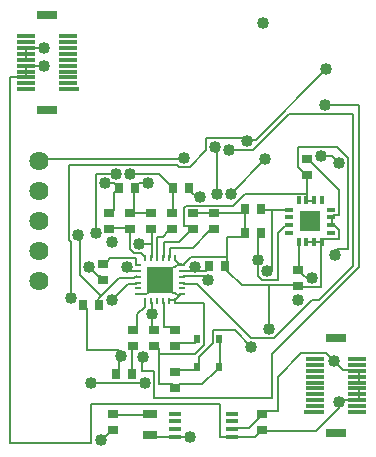
<source format=gbl>
G75*
G70*
%OFA0B0*%
%FSLAX24Y24*%
%IPPOS*%
%LPD*%
%AMOC8*
5,1,8,0,0,1.08239X$1,22.5*
%
%ADD10R,0.0354X0.0276*%
%ADD11R,0.0276X0.0354*%
%ADD12R,0.0689X0.0689*%
%ADD13R,0.0146X0.0256*%
%ADD14R,0.0256X0.0146*%
%ADD15R,0.0098X0.0197*%
%ADD16R,0.0197X0.0098*%
%ADD17R,0.0906X0.0906*%
%ADD18R,0.0197X0.0276*%
%ADD19R,0.0709X0.0315*%
%ADD20R,0.0630X0.0118*%
%ADD21R,0.0709X0.0118*%
%ADD22C,0.0640*%
%ADD23R,0.0402X0.0161*%
%ADD24R,0.0472X0.0315*%
%ADD25C,0.0080*%
%ADD26C,0.0400*%
D10*
X003814Y000856D03*
X003814Y001368D03*
X004502Y003656D03*
X004502Y004168D03*
X005202Y004168D03*
X005202Y003656D03*
X005902Y003656D03*
X005902Y004168D03*
X005902Y002768D03*
X005902Y002256D03*
X008802Y001368D03*
X008802Y000856D03*
X010002Y005656D03*
X010002Y006168D03*
X010302Y009356D03*
X010302Y009868D03*
X007202Y008068D03*
X007202Y007556D03*
X006502Y007556D03*
X006502Y008068D03*
X005802Y008068D03*
X005802Y007556D03*
X005102Y007556D03*
X005102Y008068D03*
X004402Y008068D03*
X004402Y007556D03*
X003702Y007556D03*
X003702Y008068D03*
X003502Y006368D03*
X003502Y005856D03*
D11*
X003357Y005012D03*
X002846Y005012D03*
X003946Y002712D03*
X004457Y002712D03*
X007046Y006312D03*
X007557Y006312D03*
X008246Y007412D03*
X008757Y007412D03*
X008757Y008212D03*
X008246Y008212D03*
X006357Y008912D03*
X005846Y008912D03*
X004557Y008912D03*
X004046Y008912D03*
D12*
X010402Y007812D03*
D13*
X010530Y007123D03*
X010785Y007123D03*
X010274Y007123D03*
X010018Y007123D03*
X010018Y008501D03*
X010274Y008501D03*
X010530Y008501D03*
X010785Y008501D03*
D14*
X011091Y008196D03*
X011091Y007940D03*
X011091Y007684D03*
X011091Y007428D03*
X009713Y007428D03*
X009713Y007684D03*
X009713Y007940D03*
X009713Y008196D03*
D15*
X005894Y006590D03*
X005697Y006590D03*
X005500Y006590D03*
X005303Y006590D03*
X005106Y006590D03*
X004909Y006590D03*
X004909Y005133D03*
X005106Y005133D03*
X005303Y005133D03*
X005500Y005133D03*
X005697Y005133D03*
X005894Y005133D03*
D16*
X006130Y005370D03*
X006130Y005566D03*
X006130Y005763D03*
X006130Y005960D03*
X006130Y006157D03*
X006130Y006354D03*
X004673Y006354D03*
X004673Y006157D03*
X004673Y005960D03*
X004673Y005763D03*
X004673Y005566D03*
X004673Y005370D03*
D17*
X005402Y005862D03*
D18*
X006628Y003884D03*
X007376Y003884D03*
X007376Y002939D03*
X006628Y002939D03*
D19*
X011272Y003906D03*
X011272Y000757D03*
X001632Y011517D03*
X001632Y014666D03*
D20*
X000923Y013977D03*
X000923Y013781D03*
X000923Y013584D03*
X000923Y013387D03*
X000923Y013190D03*
X000923Y012993D03*
X000923Y012796D03*
X000923Y012600D03*
X000923Y012403D03*
X000923Y012206D03*
X002340Y012403D03*
X002340Y012600D03*
X002340Y012796D03*
X002340Y012993D03*
X002340Y013190D03*
X002340Y013387D03*
X002340Y013584D03*
X002340Y013781D03*
X002340Y013977D03*
X010563Y003217D03*
X010563Y003021D03*
X010563Y002824D03*
X010563Y002627D03*
X010563Y002430D03*
X010563Y002233D03*
X010563Y002036D03*
X010563Y001840D03*
X010563Y001643D03*
X011980Y001643D03*
X011980Y001840D03*
X011980Y002036D03*
X011980Y002233D03*
X011980Y002430D03*
X011980Y002627D03*
X011980Y002824D03*
X011980Y003021D03*
X011980Y003217D03*
X011980Y001446D03*
D21*
X010524Y001446D03*
X002380Y012206D03*
D22*
X001352Y009812D03*
X001352Y008812D03*
X001352Y007812D03*
X001352Y006812D03*
X001352Y005812D03*
D23*
X005907Y001396D03*
X005907Y001140D03*
X005907Y000884D03*
X005907Y000628D03*
X007796Y000628D03*
X007796Y000884D03*
X007796Y001140D03*
X007796Y001396D03*
D24*
X005057Y001384D03*
X005057Y000676D03*
D25*
X000402Y000412D02*
X000402Y012612D01*
X000923Y012612D01*
X000923Y012600D01*
X000922Y012632D01*
X000922Y012752D01*
X000923Y012796D01*
X000922Y012812D01*
X000922Y012992D01*
X000923Y012993D01*
X001222Y012992D01*
X001522Y012992D01*
X001522Y013592D02*
X001222Y013592D01*
X000923Y013584D01*
X000922Y013532D01*
X000922Y013412D01*
X000923Y013387D01*
X000922Y013352D01*
X000922Y013232D01*
X000923Y013190D01*
X001642Y009872D02*
X001352Y009812D01*
X001642Y009872D02*
X006142Y009872D01*
X006202Y009932D01*
X005962Y009692D02*
X006022Y009632D01*
X006382Y009632D01*
X006922Y010172D01*
X006922Y010592D01*
X008182Y010592D01*
X008302Y010472D01*
X008482Y010532D01*
X008602Y010532D01*
X010942Y012872D01*
X010882Y011672D02*
X012022Y011672D01*
X012022Y006272D01*
X009142Y003392D01*
X009142Y001912D01*
X005202Y001912D01*
X005202Y002812D01*
X004802Y002812D01*
X004802Y003272D01*
X004822Y003272D01*
X004462Y003572D02*
X004462Y002852D01*
X004457Y002712D01*
X004042Y002852D02*
X004042Y003152D01*
X004102Y003332D01*
X004042Y003512D01*
X002962Y003512D01*
X002962Y004892D01*
X002846Y005012D01*
X003262Y005132D02*
X003357Y005012D01*
X003262Y005132D02*
X003442Y005312D01*
X002722Y006032D01*
X002722Y007172D01*
X002662Y007352D01*
X002422Y007112D02*
X002362Y007172D01*
X002362Y009692D01*
X005962Y009692D01*
X005362Y009392D02*
X005722Y009032D01*
X005846Y008912D01*
X005842Y008792D01*
X005842Y008192D01*
X005802Y008068D01*
X006202Y008252D02*
X006202Y007652D01*
X006382Y007652D01*
X006502Y007556D01*
X006382Y007472D01*
X006022Y007112D01*
X005542Y007112D01*
X005542Y006632D01*
X005500Y006590D01*
X005303Y006590D02*
X005302Y006632D01*
X005302Y007292D01*
X005482Y007292D01*
X005662Y007472D01*
X005802Y007556D01*
X005722Y006932D02*
X006502Y006932D01*
X007042Y007472D01*
X007202Y007556D01*
X007202Y008068D02*
X007042Y008072D01*
X006622Y008072D01*
X006502Y008068D01*
X006262Y008312D02*
X006202Y008252D01*
X006262Y008312D02*
X007822Y008312D01*
X008242Y008732D01*
X010282Y008732D01*
X010282Y008612D01*
X010274Y008501D01*
X010342Y008492D01*
X010462Y008492D01*
X010530Y008501D01*
X010282Y008732D02*
X010282Y009272D01*
X010302Y009356D01*
X010162Y009452D01*
X009982Y009632D01*
X009982Y010292D01*
X011302Y010292D01*
X011662Y009932D01*
X011662Y006872D01*
X011302Y006872D01*
X011242Y006692D01*
X011362Y007232D02*
X010822Y007232D01*
X010785Y007123D01*
X010762Y007052D01*
X010762Y005612D01*
X010162Y005612D01*
X010002Y005656D01*
X009862Y005672D01*
X009022Y005672D01*
X009022Y004232D01*
X009202Y003932D02*
X010462Y005192D01*
X010702Y005192D01*
X011842Y006332D01*
X011842Y011372D01*
X009682Y011372D01*
X008482Y010172D01*
X007702Y010172D01*
X007282Y010292D02*
X007222Y010292D01*
X007282Y010292D02*
X007282Y008732D01*
X007762Y008732D02*
X008902Y009872D01*
X010302Y009868D02*
X010462Y009752D01*
X011362Y008852D01*
X011362Y008012D01*
X011182Y008012D01*
X011091Y007940D01*
X011122Y007892D01*
X011122Y007712D01*
X011091Y007684D01*
X011182Y007652D01*
X011242Y007652D01*
X011362Y007532D01*
X011362Y007232D01*
X010785Y007123D02*
X010762Y007112D01*
X010582Y007112D01*
X010530Y007123D01*
X010462Y007112D01*
X010342Y007112D01*
X010274Y007123D01*
X010042Y007052D02*
X010018Y007123D01*
X010042Y007052D02*
X010042Y006272D01*
X010002Y006168D01*
X010162Y006032D01*
X010282Y005912D01*
X010462Y005912D01*
X009322Y005852D02*
X008782Y005852D01*
X008662Y005972D01*
X008662Y006512D01*
X008662Y007292D01*
X008757Y007412D01*
X008246Y007412D02*
X008242Y007532D01*
X008242Y008072D01*
X008246Y008212D01*
X008122Y008072D01*
X007342Y008072D01*
X007202Y008068D01*
X006742Y008612D02*
X006622Y008612D01*
X006442Y008792D01*
X006357Y008912D01*
X005362Y009392D02*
X004402Y009392D01*
X004702Y009092D02*
X005002Y009092D01*
X004702Y009092D02*
X004642Y009032D01*
X004557Y008912D01*
X004522Y008792D01*
X004522Y008192D01*
X004402Y008068D01*
X004522Y008072D01*
X004942Y008072D01*
X005102Y008068D01*
X005102Y007556D02*
X005122Y007472D01*
X005122Y007052D01*
X004702Y007052D01*
X004762Y006752D02*
X004522Y006752D01*
X004402Y006872D01*
X004402Y007556D01*
X004282Y007592D01*
X003862Y007592D01*
X003702Y007556D01*
X003262Y007412D02*
X003262Y009392D01*
X003922Y009392D01*
X003862Y009092D02*
X003562Y009092D01*
X003862Y009092D02*
X003922Y009032D01*
X004046Y008912D01*
X003922Y008792D01*
X003862Y008792D01*
X003862Y008192D01*
X003702Y008068D01*
X004762Y006752D02*
X004882Y006632D01*
X004909Y006590D01*
X005106Y006590D02*
X005122Y006632D01*
X005122Y007052D01*
X004582Y006572D02*
X004582Y006392D01*
X004673Y006354D01*
X004673Y006157D02*
X004582Y006152D01*
X004282Y006152D01*
X004282Y006272D01*
X004582Y006572D02*
X003742Y006572D01*
X003622Y006452D01*
X003502Y006368D01*
X003382Y005972D02*
X003322Y005972D01*
X003022Y006272D01*
X003382Y005972D02*
X003502Y005856D01*
X004042Y005912D02*
X003442Y005312D01*
X003802Y005192D02*
X004342Y005732D01*
X004582Y005732D01*
X004673Y005763D01*
X004673Y005960D02*
X004582Y005972D01*
X004522Y005912D01*
X004042Y005912D01*
X004673Y005370D02*
X004762Y005372D01*
X004942Y005372D01*
X005002Y005432D01*
X005402Y005862D01*
X005842Y005432D01*
X005902Y005432D01*
X006022Y005312D01*
X006082Y005372D01*
X006130Y005370D01*
X006022Y005312D02*
X005902Y005192D01*
X005894Y005133D01*
X005902Y005072D01*
X006862Y005072D01*
X006862Y003692D01*
X006562Y003392D01*
X005362Y003392D01*
X005362Y003572D01*
X005202Y003656D01*
X005362Y003392D02*
X005362Y002372D01*
X005782Y002372D01*
X005902Y002256D01*
X006022Y002372D01*
X006802Y002372D01*
X007282Y002852D01*
X007376Y002939D01*
X007402Y003032D01*
X007402Y003752D01*
X007376Y003884D01*
X007162Y003752D02*
X007162Y004172D01*
X007882Y004172D01*
X008422Y003632D01*
X008422Y003932D02*
X009202Y003932D01*
X008422Y003932D02*
X006622Y005732D01*
X006202Y005732D01*
X006130Y005763D01*
X006130Y005960D02*
X006202Y005972D01*
X006862Y005972D01*
X006982Y005852D01*
X006922Y006152D02*
X007046Y006312D01*
X006922Y006152D02*
X006562Y006152D01*
X006562Y006272D01*
X006562Y006152D02*
X006202Y006152D01*
X006130Y006157D01*
X006130Y006354D02*
X006202Y006392D01*
X006442Y006632D01*
X007642Y006632D01*
X007642Y006452D01*
X007557Y006312D01*
X007642Y006152D01*
X008122Y005672D01*
X009022Y005672D01*
X009322Y005852D02*
X009322Y007412D01*
X009562Y007652D01*
X009622Y007652D01*
X009713Y007684D01*
X009713Y008196D02*
X009622Y008192D01*
X009142Y008192D01*
X009142Y006152D01*
X008962Y006152D01*
X008122Y007292D02*
X008246Y007412D01*
X008122Y007292D02*
X007642Y007292D01*
X007642Y006632D01*
X008757Y008212D02*
X008842Y008192D01*
X009142Y008192D01*
X010762Y009992D02*
X011122Y009992D01*
X011362Y009752D01*
X006628Y003884D02*
X006562Y003752D01*
X006022Y003752D01*
X005902Y003656D01*
X005902Y004168D02*
X005782Y004292D01*
X005542Y004292D01*
X005542Y005072D01*
X005500Y005133D01*
X005697Y005133D02*
X005722Y005192D01*
X005902Y005192D01*
X005402Y005862D02*
X005842Y006272D01*
X005902Y006272D01*
X006022Y006392D01*
X006082Y006392D01*
X006130Y006354D01*
X006022Y006392D02*
X005902Y006512D01*
X005894Y006590D01*
X005722Y006632D02*
X005697Y006590D01*
X005722Y006632D02*
X005722Y006932D01*
X005106Y005133D02*
X005122Y005072D01*
X005122Y004712D01*
X005122Y004292D01*
X005202Y004168D01*
X004642Y004292D02*
X004502Y004168D01*
X004642Y004292D02*
X004642Y004712D01*
X004882Y004952D01*
X004882Y005072D01*
X004909Y005133D01*
X004502Y003656D02*
X004462Y003572D01*
X004042Y002852D02*
X003946Y002712D01*
X003102Y001712D02*
X003102Y000412D01*
X000402Y000412D01*
X003082Y002432D02*
X004882Y002432D01*
X005057Y001384D02*
X004822Y001352D01*
X003982Y001352D01*
X003814Y001368D01*
X003814Y000856D02*
X003682Y000752D01*
X003442Y000512D01*
X003102Y001712D02*
X007402Y001712D01*
X007402Y000628D01*
X007796Y000628D01*
X008574Y000628D01*
X008802Y000856D01*
X008846Y000812D01*
X010602Y000812D01*
X011362Y001572D01*
X011362Y001772D01*
X011429Y001840D01*
X011980Y001840D01*
X012022Y001892D01*
X012022Y002012D01*
X011980Y002036D01*
X012022Y002072D01*
X012022Y002192D01*
X011980Y002233D01*
X011980Y002430D02*
X012022Y002432D01*
X012022Y002612D01*
X011980Y002627D01*
X012022Y002672D01*
X012022Y002792D01*
X011980Y002824D01*
X011722Y002852D01*
X011482Y002852D01*
X011182Y003152D01*
X010922Y003412D01*
X010102Y003412D01*
X009322Y002632D01*
X009322Y001472D01*
X008962Y001472D01*
X008802Y001368D01*
X008662Y001232D01*
X008362Y000932D01*
X007942Y000932D01*
X007796Y000884D01*
X006382Y000632D02*
X006082Y000632D01*
X005907Y000628D01*
X005722Y000632D01*
X005242Y000632D01*
X005057Y000676D01*
X005902Y002768D02*
X006022Y002852D01*
X006562Y002852D01*
X006628Y002939D01*
X006682Y003032D01*
X006682Y003272D01*
X007162Y003752D01*
X002422Y005252D02*
X002422Y007112D01*
D26*
X002662Y007352D03*
X003262Y007412D03*
X003802Y007112D03*
X004282Y006272D03*
X004702Y007052D03*
X003802Y005192D03*
X003022Y006272D03*
X002422Y005252D03*
X004102Y003332D03*
X004822Y003272D03*
X004882Y002432D03*
X006382Y000632D03*
X008422Y003632D03*
X009022Y004232D03*
X009982Y005192D03*
X010462Y005912D03*
X011242Y006692D03*
X008962Y006152D03*
X008662Y006512D03*
X006982Y005852D03*
X006562Y006272D03*
X005122Y004712D03*
X003082Y002432D03*
X003442Y000512D03*
X006742Y008612D03*
X007282Y008732D03*
X007762Y008732D03*
X008902Y009872D03*
X008302Y010472D03*
X007702Y010172D03*
X007222Y010292D03*
X006202Y009932D03*
X005002Y009092D03*
X004402Y009392D03*
X003922Y009392D03*
X003562Y009092D03*
X001522Y012992D03*
X001522Y013592D03*
X008842Y014432D03*
X010942Y012872D03*
X010882Y011672D03*
X010762Y009992D03*
X011362Y009752D03*
X011182Y003152D03*
X011362Y001772D03*
M02*

</source>
